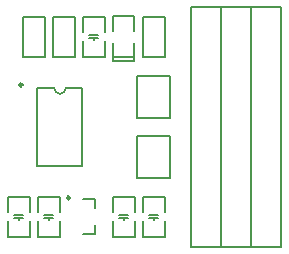
<source format=gto>
G04*
G04 #@! TF.GenerationSoftware,Altium Limited,Altium Designer,22.2.1 (43)*
G04*
G04 Layer_Color=65535*
%FSTAX25Y25*%
%MOIN*%
G70*
G04*
G04 #@! TF.SameCoordinates,04582349-F352-462C-AFDD-1AE5C237541B*
G04*
G04*
G04 #@! TF.FilePolarity,Positive*
G04*
G01*
G75*
%ADD10C,0.00787*%
%ADD11C,0.01000*%
%ADD12C,0.00984*%
%ADD13C,0.00800*%
%ADD14C,0.00600*%
D10*
X00242Y0057D02*
G03*
X00282Y0056992I0002J-0000008D01*
G01*
X00337D01*
X00187Y005699D02*
X00242Y0057D01*
X00187Y0031008D02*
Y005699D01*
X00337Y0031008D02*
Y0056992D01*
X00187Y0031008D02*
X00337D01*
X009Y0084D02*
X01D01*
X009Y0004D02*
Y0084D01*
Y0004D02*
X01D01*
Y0084D01*
X008D02*
X009D01*
X008Y0004D02*
Y0084D01*
Y0004D02*
X009D01*
Y0084D01*
X007D02*
X008D01*
X007Y0004D02*
Y0084D01*
Y0004D02*
X008D01*
Y0084D01*
X0033819Y0019906D02*
X0037756D01*
Y0016756D02*
Y0019906D01*
X0033819Y0008095D02*
X0037756D01*
Y0011244D01*
D11*
X001371Y0058D02*
G03*
X001371Y0058I-000051J0D01*
G01*
D12*
X0029492Y0020299D02*
G03*
X0029492Y0020299I-0000492J0D01*
G01*
D13*
X0044Y00672D02*
X0051D01*
X0044Y0066D02*
Y0072D01*
Y0066D02*
X0051D01*
Y0072D01*
X0044Y0076D02*
Y00808D01*
X0051D01*
Y0076D02*
Y00808D01*
X00339Y00755D02*
Y0080693D01*
Y0067307D02*
Y00725D01*
X00411Y0067307D02*
Y00725D01*
Y00755D02*
Y0080693D01*
X00339D02*
X00411D01*
X00339Y0067307D02*
X00411D01*
X00539Y0080693D02*
X00611D01*
Y0067307D02*
Y0080693D01*
X00539Y0067307D02*
X00611D01*
X00539D02*
Y0080693D01*
X00239D02*
X00311D01*
Y0067307D02*
Y0080693D01*
X00239Y0067307D02*
X00311D01*
X00239D02*
Y0080693D01*
X00139D02*
X00211D01*
Y0067307D02*
Y0080693D01*
X00139Y0067307D02*
X00211D01*
X00139D02*
Y0080693D01*
X0051125Y0007307D02*
Y00125D01*
Y00155D02*
Y0020693D01*
X0043926Y00155D02*
Y0020693D01*
Y0007307D02*
Y00125D01*
Y0007307D02*
X0051126D01*
X0043926Y0020693D02*
X0051126D01*
X00089Y00155D02*
Y0020693D01*
Y0007307D02*
Y00125D01*
X00161Y0007307D02*
Y00125D01*
Y00155D02*
Y0020693D01*
X00089D02*
X00161D01*
X00089Y0007307D02*
X00161D01*
X00539Y0020693D02*
X00611D01*
X00539Y0007307D02*
X00611D01*
X00539D02*
Y00125D01*
Y00155D02*
Y0020693D01*
X00611Y00155D02*
Y0020693D01*
Y0007307D02*
Y00125D01*
X00189Y0007307D02*
X00261D01*
X00189Y0020693D02*
X00261D01*
Y00155D02*
Y0020693D01*
Y0007307D02*
Y00125D01*
X00189Y0007307D02*
Y00125D01*
Y00155D02*
Y0020693D01*
D14*
X00375Y00745D02*
Y0075D01*
Y0073D02*
Y00735D01*
X0036D02*
X0039D01*
X0036Y00745D02*
X0039D01*
X0047526Y0013D02*
Y00135D01*
Y00145D02*
Y0015D01*
X0046026Y00145D02*
X0049026D01*
X0046026Y00135D02*
X0049026D01*
X00125Y00145D02*
Y0015D01*
Y0013D02*
Y00135D01*
X0011D02*
X0014D01*
X0011Y00145D02*
X0014D01*
X0052Y0041D02*
X0063D01*
Y0027D02*
Y0041D01*
X0052Y0027D02*
X0063D01*
X0052D02*
Y0041D01*
Y0061D02*
X0063D01*
Y0047D02*
Y0061D01*
X0052Y0047D02*
X0063D01*
X0052D02*
Y0061D01*
X0056Y00135D02*
X0059D01*
X0056Y00145D02*
X0059D01*
X00575D02*
Y0015D01*
Y0013D02*
Y00135D01*
X0021Y00145D02*
X0024D01*
X0021Y00135D02*
X0024D01*
X00225Y0013D02*
Y00135D01*
Y00145D02*
Y0015D01*
M02*

</source>
